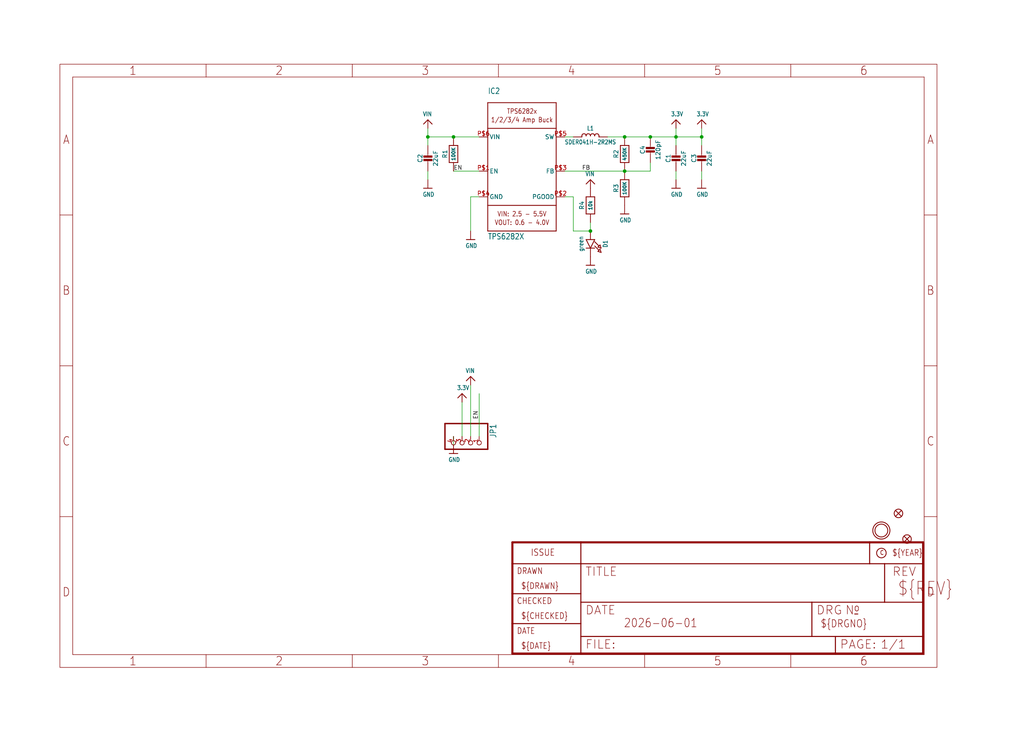
<source format=kicad_sch>
(kicad_sch (version 20230121) (generator eeschema)
  (paper "User" 303.962 217.322)
  (lib_symbols
    (symbol "working-eagle-import:3.3V" (power)
      (property "Value" "3.3V" (at -1.524 1.016 0))
      (symbol "3.3V_1_0"
        (polyline (pts (xy -1.27 -1.27) (xy 0 0)) (stroke (width 0.254)))
        (polyline (pts (xy 0 0) (xy 1.27 -1.27)) (stroke (width 0.254)))
        (pin power_in line (at 0 -2.54 90) (length 2.54) (name "3.3V") (number "1"))
      )
    )
    (symbol "working-eagle-import:CAP_CERAMIC0603_NO"
      (property "Reference" "C" (at -2.29 1.25 90))
      (symbol "CAP_CERAMIC0603_NO_1_0"
        (rectangle (start -1.27 0.508) (end 1.27 1.016) (fill (type outline)))
        (rectangle (start -1.27 1.524) (end 1.27 2.032) (fill (type outline)))
        (polyline (pts (xy 0 0.762) (xy 0 0)) (stroke (width 0.1524)))
        (polyline (pts (xy 0 2.54) (xy 0 1.778)) (stroke (width 0.1524)))
        (pin passive line (at 0 5.08 270) (length 2.54) (name "1") (number "1"))
        (pin passive line (at 0 -2.54 90) (length 2.54) (name "2") (number "2"))
      )
    )
    (symbol "working-eagle-import:CAP_CERAMIC0805-NOOUTLINE"
      (property "Reference" "C" (at -2.29 1.25 90))
      (symbol "CAP_CERAMIC0805-NOOUTLINE_1_0"
        (rectangle (start -1.27 0.508) (end 1.27 1.016) (fill (type outline)))
        (rectangle (start -1.27 1.524) (end 1.27 2.032) (fill (type outline)))
        (polyline (pts (xy 0 0.762) (xy 0 0)) (stroke (width 0.1524)))
        (polyline (pts (xy 0 2.54) (xy 0 1.778)) (stroke (width 0.1524)))
        (pin passive line (at 0 5.08 270) (length 2.54) (name "1") (number "1"))
        (pin passive line (at 0 -2.54 90) (length 2.54) (name "2") (number "2"))
      )
    )
    (symbol "working-eagle-import:FIDUCIAL_1MM"
      (symbol "FIDUCIAL_1MM_1_0"
        (polyline (pts (xy -0.762 0.762) (xy 0.762 -0.762)) (stroke (width 0.254)))
        (polyline (pts (xy 0.762 0.762) (xy -0.762 -0.762)) (stroke (width 0.254)))
        (circle (center 0 0) (radius 1.27) (stroke (width 0.254)))
      )
    )
    (symbol "working-eagle-import:FRAME_A4"
      (symbol "FRAME_A4_1_0"
        (polyline (pts (xy 0 44.7675) (xy 3.81 44.7675)))
        (polyline (pts (xy 0 89.535) (xy 3.81 89.535)))
        (polyline (pts (xy 0 134.3025) (xy 3.81 134.3025)))
        (polyline (pts (xy 3.81 3.81) (xy 3.81 175.26)))
        (polyline (pts (xy 43.3917 0) (xy 43.3917 3.81)))
        (polyline (pts (xy 43.3917 175.26) (xy 43.3917 179.07)))
        (polyline (pts (xy 86.7833 0) (xy 86.7833 3.81)))
        (polyline (pts (xy 86.7833 175.26) (xy 86.7833 179.07)))
        (polyline (pts (xy 130.175 0) (xy 130.175 3.81)))
        (polyline (pts (xy 130.175 175.26) (xy 130.175 179.07)))
        (polyline (pts (xy 173.5667 0) (xy 173.5667 3.81)))
        (polyline (pts (xy 173.5667 175.26) (xy 173.5667 179.07)))
        (polyline (pts (xy 216.9583 0) (xy 216.9583 3.81)))
        (polyline (pts (xy 216.9583 175.26) (xy 216.9583 179.07)))
        (polyline (pts (xy 256.54 3.81) (xy 3.81 3.81)))
        (polyline (pts (xy 256.54 3.81) (xy 256.54 8.89)) (stroke (width 0.1016)))
        (polyline (pts (xy 256.54 3.81) (xy 256.54 175.26)))
        (polyline (pts (xy 256.54 8.89) (xy 256.54 13.97)) (stroke (width 0.1016)))
        (polyline (pts (xy 256.54 13.97) (xy 256.54 19.05)) (stroke (width 0.1016)))
        (polyline (pts (xy 256.54 19.05) (xy 256.54 36.83)) (stroke (width 0.1016)))
        (polyline (pts (xy 256.54 44.7675) (xy 260.35 44.7675)))
        (polyline (pts (xy 256.54 89.535) (xy 260.35 89.535)))
        (polyline (pts (xy 256.54 134.3025) (xy 260.35 134.3025)))
        (polyline (pts (xy 256.54 175.26) (xy 3.81 175.26)))
        (polyline (pts (xy 0 0) (xy 260.35 0) (xy 260.35 179.07) (xy 0 179.07) (xy 0 0)))
        (text "1" (at 21.6958 1.905 0) (effects (font (size 2.54 2.286))))
        (text "1" (at 21.6958 177.165 0) (effects (font (size 2.54 2.286))))
        (text "2" (at 65.0875 1.905 0) (effects (font (size 2.54 2.286))))
        (text "2" (at 65.0875 177.165 0) (effects (font (size 2.54 2.286))))
        (text "3" (at 108.4792 1.905 0) (effects (font (size 2.54 2.286))))
        (text "3" (at 108.4792 177.165 0) (effects (font (size 2.54 2.286))))
        (text "4" (at 151.8708 1.905 0) (effects (font (size 2.54 2.286))))
        (text "4" (at 151.8708 177.165 0) (effects (font (size 2.54 2.286))))
        (text "5" (at 195.2625 1.905 0) (effects (font (size 2.54 2.286))))
        (text "5" (at 195.2625 177.165 0) (effects (font (size 2.54 2.286))))
        (text "6" (at 238.6542 1.905 0) (effects (font (size 2.54 2.286))))
        (text "6" (at 238.6542 177.165 0) (effects (font (size 2.54 2.286))))
        (text "A" (at 1.905 156.6863 0) (effects (font (size 2.54 2.286))))
        (text "A" (at 258.445 156.6863 0) (effects (font (size 2.54 2.286))))
        (text "B" (at 1.905 111.9188 0) (effects (font (size 2.54 2.286))))
        (text "B" (at 258.445 111.9188 0) (effects (font (size 2.54 2.286))))
        (text "C" (at 1.905 67.1513 0) (effects (font (size 2.54 2.286))))
        (text "C" (at 258.445 67.1513 0) (effects (font (size 2.54 2.286))))
        (text "D" (at 1.905 22.3838 0) (effects (font (size 2.54 2.286))))
        (text "D" (at 258.445 22.3838 0) (effects (font (size 2.54 2.286))))
      )
      (symbol "FRAME_A4_2_0"
        (polyline (pts (xy -0.3048 1.5748) (xy 20.0152 1.5748)) (stroke (width 0.6096)))
        (polyline (pts (xy -0.3048 10.4648) (xy -0.3048 1.5748)) (stroke (width 0.6096)))
        (polyline (pts (xy -0.3048 10.4648) (xy 20.0152 10.4648)) (stroke (width 0.3048)))
        (polyline (pts (xy -0.3048 19.3548) (xy -0.3048 10.4648)) (stroke (width 0.6096)))
        (polyline (pts (xy -0.3048 19.3548) (xy 20.0152 19.3548)) (stroke (width 0.3048)))
        (polyline (pts (xy -0.3048 28.2448) (xy -0.3048 19.3548)) (stroke (width 0.6096)))
        (polyline (pts (xy -0.3048 28.2448) (xy 20.0152 28.2448)) (stroke (width 0.3048)))
        (polyline (pts (xy -0.3048 34.5948) (xy -0.3048 28.2448)) (stroke (width 0.6096)))
        (polyline (pts (xy 20.0152 1.5748) (xy 20.0152 6.6548)) (stroke (width 0.3048)))
        (polyline (pts (xy 20.0152 1.5748) (xy 95.5802 1.5748)) (stroke (width 0.6096)))
        (polyline (pts (xy 20.0152 6.6548) (xy 20.0152 10.4648)) (stroke (width 0.3048)))
        (polyline (pts (xy 20.0152 6.6548) (xy 88.5952 6.6548)) (stroke (width 0.3048)))
        (polyline (pts (xy 20.0152 10.4648) (xy 20.0152 16.8148)) (stroke (width 0.3048)))
        (polyline (pts (xy 20.0152 16.8148) (xy 20.0152 19.3548)) (stroke (width 0.3048)))
        (polyline (pts (xy 20.0152 19.3548) (xy 20.0152 28.2448)) (stroke (width 0.3048)))
        (polyline (pts (xy 20.0152 28.2448) (xy 20.0152 34.5948)) (stroke (width 0.3048)))
        (polyline (pts (xy 20.0152 28.2448) (xy 105.7402 28.2448)) (stroke (width 0.3048)))
        (polyline (pts (xy 20.0152 34.5948) (xy -0.3048 34.5948)) (stroke (width 0.6096)))
        (polyline (pts (xy 88.5952 6.6548) (xy 95.5802 6.6548)) (stroke (width 0.3048)))
        (polyline (pts (xy 88.5952 16.8148) (xy 20.0152 16.8148)) (stroke (width 0.3048)))
        (polyline (pts (xy 88.5952 16.8148) (xy 88.5952 6.6548)) (stroke (width 0.3048)))
        (polyline (pts (xy 95.5802 1.5748) (xy 121.6152 1.5748)) (stroke (width 0.6096)))
        (polyline (pts (xy 95.5802 6.6548) (xy 95.5802 1.5748)) (stroke (width 0.3048)))
        (polyline (pts (xy 95.5802 6.6548) (xy 121.6152 6.6548)) (stroke (width 0.3048)))
        (polyline (pts (xy 101.2952 13.3223) (xy 102.2477 13.3223)) (stroke (width 0.254)))
        (polyline (pts (xy 105.7402 28.2448) (xy 105.7402 34.5948)) (stroke (width 0.3048)))
        (polyline (pts (xy 105.7402 28.2448) (xy 110.1852 28.2448)) (stroke (width 0.3048)))
        (polyline (pts (xy 105.7402 34.5948) (xy 20.0152 34.5948)) (stroke (width 0.6096)))
        (polyline (pts (xy 110.1852 16.8148) (xy 88.5952 16.8148)) (stroke (width 0.3048)))
        (polyline (pts (xy 110.1852 28.2448) (xy 110.1852 16.8148)) (stroke (width 0.3048)))
        (polyline (pts (xy 110.1852 28.2448) (xy 121.6152 28.2448)) (stroke (width 0.3048)))
        (polyline (pts (xy 121.6152 6.6548) (xy 121.6152 1.5748)) (stroke (width 0.6096)))
        (polyline (pts (xy 121.6152 16.8148) (xy 110.1852 16.8148)) (stroke (width 0.3048)))
        (polyline (pts (xy 121.6152 16.8148) (xy 121.6152 6.6548)) (stroke (width 0.6096)))
        (polyline (pts (xy 121.6152 28.2448) (xy 121.6152 16.8148)) (stroke (width 0.6096)))
        (polyline (pts (xy 121.6152 34.5948) (xy 105.7402 34.5948)) (stroke (width 0.6096)))
        (polyline (pts (xy 121.6152 34.5948) (xy 121.6152 28.2448)) (stroke (width 0.6096)))
        (circle (center 109.2327 31.4198) (radius 1.4199) (stroke (width 0.254)))
        (text "${#}/${##}" (at 108.9152 2.8448 0) (effects (font (size 2.54 2.54)) (justify left bottom)))
        (text "${CHECKED}" (at 2.2352 11.7348 0) (effects (font (size 1.778 1.5113)) (justify left bottom)))
        (text "${COMPANY}" (at 23.349 29.6735 0) (effects (font (size 3.175 2.6987) (thickness 0.5397) bold) (justify left bottom)))
        (text "${CURRENT_DATE}" (at 32.7152 9.1948 0) (effects (font (size 2.54 2.159)) (justify left bottom)))
        (text "${DATE}" (at 2.2352 2.8448 0) (effects (font (size 1.778 1.5113)) (justify left bottom)))
        (text "${DRAWN}" (at 2.2352 20.6248 0) (effects (font (size 1.778 1.5113)) (justify left bottom)))
        (text "${DRGNO}" (at 91.1352 9.1948 0) (effects (font (size 2.1844 1.8567)) (justify left bottom)))
        (text "${PROJECTNAME}" (at 33.0327 2.8448 0) (effects (font (size 2.54 2.159)) (justify left bottom)))
        (text "${REV}" (at 113.9952 18.7198 0) (effects (font (size 3.81 3.2385)) (justify left bottom)))
        (text "${YEAR}" (at 112.4077 30.4673 0) (effects (font (size 1.778 1.5113)) (justify left bottom)))
        (text "C" (at 108.7564 30.7848 0) (effects (font (size 1.27 1.0795)) (justify left bottom)))
        (text "CHECKED" (at 0.9652 16.1798 0) (effects (font (size 1.778 1.5113)) (justify left bottom)))
        (text "DATE" (at 0.9652 7.2898 0) (effects (font (size 1.778 1.5113)) (justify left bottom)))
        (text "DATE" (at 21.2852 13.0048 0) (effects (font (size 2.54 2.54)) (justify left bottom)))
        (text "DRAWN" (at 0.9652 25.0698 0) (effects (font (size 1.778 1.5113)) (justify left bottom)))
        (text "DRG" (at 89.8652 13.0048 0) (effects (font (size 2.54 2.54)) (justify left bottom)))
        (text "FILE:" (at 21.2852 2.8448 0) (effects (font (size 2.54 2.54)) (justify left bottom)))
        (text "ISSUE" (at 5.0927 30.4673 0) (effects (font (size 1.9304 1.6408)) (justify left bottom)))
        (text "N" (at 98.4377 13.0048 0) (effects (font (size 2.54 2.54)) (justify left bottom)))
        (text "o" (at 100.9777 13.9573 0) (effects (font (size 2.1844 1.8567)) (justify left bottom)))
        (text "PAGE:" (at 96.8502 2.8448 0) (effects (font (size 2.54 2.54)) (justify left bottom)))
        (text "REV" (at 112.4077 24.4348 0) (effects (font (size 2.54 2.54)) (justify left bottom)))
        (text "TITLE" (at 21.2852 24.4348 0) (effects (font (size 2.54 2.54)) (justify left bottom)))
      )
    )
    (symbol "working-eagle-import:GND" (power)
      (property "Value" "GND" (at -1.524 -2.54 0))
      (symbol "GND_1_0"
        (polyline (pts (xy -1.27 0) (xy 1.27 0)) (stroke (width 0.254)))
        (pin power_in line (at 0 2.54 270) (length 2.54) (name "GND") (number "1"))
      )
    )
    (symbol "working-eagle-import:HEADER-1X4ROUND"
      (property "Reference" "JP" (at -6.35 8.255 0))
      (symbol "HEADER-1X4ROUND_1_0"
        (polyline (pts (xy -6.35 -5.08) (xy 1.27 -5.08)) (stroke (width 0.4064)))
        (polyline (pts (xy -6.35 7.62) (xy -6.35 -5.08)) (stroke (width 0.4064)))
        (polyline (pts (xy 1.27 -5.08) (xy 1.27 7.62)) (stroke (width 0.4064)))
        (polyline (pts (xy 1.27 7.62) (xy -6.35 7.62)) (stroke (width 0.4064)))
        (pin passive inverted (at -2.54 5.08 0) (length 2.54) (name "1") (number "1"))
        (pin passive inverted (at -2.54 2.54 0) (length 2.54) (name "2") (number "2"))
        (pin passive inverted (at -2.54 0 0) (length 2.54) (name "3") (number "3"))
        (pin passive inverted (at -2.54 -2.54 0) (length 2.54) (name "4") (number "4"))
      )
    )
    (symbol "working-eagle-import:INDUCTOR_SRP0415"
      (property "Reference" "L" (at 0 2.54 0))
      (symbol "INDUCTOR_SRP0415_1_0"
        (arc (start -1.27 0.3173) (mid -1.9049 0.9497) (end -2.54 0.3175) (stroke (width 0.254)))
        (polyline (pts (xy -2.54 0.3175) (xy -2.54 0)) (stroke (width 0.254)))
        (polyline (pts (xy 2.54 0.3175) (xy 2.54 0)) (stroke (width 0.254)))
        (arc (start 0 0.3173) (mid -0.6349 0.9497) (end -1.27 0.3175) (stroke (width 0.254)))
        (arc (start 1.27 0.3173) (mid 0.6351 0.9497) (end 0 0.3175) (stroke (width 0.254)))
        (arc (start 2.54 0.3173) (mid 1.9051 0.9497) (end 1.27 0.3175) (stroke (width 0.254)))
        (pin passive line (at -5.08 0 0) (length 2.54) (name "1") (number "P$1"))
        (pin passive line (at 5.08 0 180) (length 2.54) (name "2") (number "P$2"))
      )
    )
    (symbol "working-eagle-import:LED0603_NOOUTLINE"
      (property "Reference" "D" (at -1.27 4.445 0))
      (symbol "LED0603_NOOUTLINE_1_0"
        (polyline (pts (xy -2.54 -1.27) (xy 0 0)) (stroke (width 0.254)))
        (polyline (pts (xy -2.54 1.27) (xy -2.54 -1.27)) (stroke (width 0.254)))
        (polyline (pts (xy -1.905 1.27) (xy -0.635 2.54)) (stroke (width 0.254)))
        (polyline (pts (xy -0.9525 2.8575) (xy -0.3175 2.2225)) (stroke (width 0.254)))
        (polyline (pts (xy -0.635 1.27) (xy 0.635 2.54)) (stroke (width 0.254)))
        (polyline (pts (xy -0.3175 2.2225) (xy 0 3.175)) (stroke (width 0.254)))
        (polyline (pts (xy 0 0) (xy -2.54 1.27)) (stroke (width 0.254)))
        (polyline (pts (xy 0 0) (xy 0 -1.27)) (stroke (width 0.254)))
        (polyline (pts (xy 0 1.27) (xy 0 0)) (stroke (width 0.254)))
        (polyline (pts (xy 0 3.175) (xy -0.9525 2.8575)) (stroke (width 0.254)))
        (polyline (pts (xy 0.3175 2.8575) (xy 0.9525 2.2225)) (stroke (width 0.254)))
        (polyline (pts (xy 0.9525 2.2225) (xy 1.27 3.175)) (stroke (width 0.254)))
        (polyline (pts (xy 1.27 3.175) (xy 0.3175 2.8575)) (stroke (width 0.254)))
        (pin passive line (at -5.08 0 0) (length 2.54) (name "A") (number "A"))
        (pin passive line (at 2.54 0 180) (length 2.54) (name "C") (number "C"))
      )
    )
    (symbol "working-eagle-import:MOUNTINGHOLE2.5"
      (symbol "MOUNTINGHOLE2.5_1_0"
        (circle (center 0 0) (radius 1.905) (stroke (width 0.254)))
        (circle (center 0 0) (radius 2.54) (stroke (width 0.254)))
      )
    )
    (symbol "working-eagle-import:RESISTOR_0603MP"
      (property "Reference" "R" (at 0 2.54 0))
      (symbol "RESISTOR_0603MP_1_0"
        (polyline (pts (xy -2.54 -1.27) (xy -2.54 1.27)) (stroke (width 0.254)))
        (polyline (pts (xy -2.54 1.27) (xy 2.54 1.27)) (stroke (width 0.254)))
        (polyline (pts (xy 2.54 -1.27) (xy -2.54 -1.27)) (stroke (width 0.254)))
        (polyline (pts (xy 2.54 1.27) (xy 2.54 -1.27)) (stroke (width 0.254)))
        (pin passive line (at -5.08 0 0) (length 2.54) (name "1") (number "1"))
        (pin passive line (at 5.08 0 180) (length 2.54) (name "2") (number "2"))
      )
    )
    (symbol "working-eagle-import:RESISTOR_0603_NOOUT"
      (property "Reference" "R" (at 0 2.54 0))
      (symbol "RESISTOR_0603_NOOUT_1_0"
        (polyline (pts (xy -2.54 -1.27) (xy -2.54 1.27)) (stroke (width 0.254)))
        (polyline (pts (xy -2.54 1.27) (xy 2.54 1.27)) (stroke (width 0.254)))
        (polyline (pts (xy 2.54 -1.27) (xy -2.54 -1.27)) (stroke (width 0.254)))
        (polyline (pts (xy 2.54 1.27) (xy 2.54 -1.27)) (stroke (width 0.254)))
        (pin passive line (at -5.08 0 0) (length 2.54) (name "1") (number "1"))
        (pin passive line (at 5.08 0 180) (length 2.54) (name "2") (number "2"))
      )
    )
    (symbol "working-eagle-import:TPS6282X"
      (property "Reference" "IC" (at -10.16 22.86 0))
      (symbol "TPS6282X_1_0"
        (polyline (pts (xy -10.16 -17.78) (xy 10.16 -17.78)) (stroke (width 0.254)))
        (polyline (pts (xy -10.16 -10.16) (xy -10.16 -17.78)) (stroke (width 0.254)))
        (polyline (pts (xy -10.16 -10.16) (xy -10.16 12.7)) (stroke (width 0.254)))
        (polyline (pts (xy -10.16 12.7) (xy -10.16 20.32)) (stroke (width 0.254)))
        (polyline (pts (xy -10.16 12.7) (xy 10.16 12.7)) (stroke (width 0.254)))
        (polyline (pts (xy -10.16 20.32) (xy 10.16 20.32)) (stroke (width 0.254)))
        (polyline (pts (xy 10.16 -17.78) (xy 10.16 -10.16)) (stroke (width 0.254)))
        (polyline (pts (xy 10.16 -10.16) (xy -10.16 -10.16)) (stroke (width 0.254)))
        (polyline (pts (xy 10.16 12.7) (xy 10.16 -10.16)) (stroke (width 0.254)))
        (polyline (pts (xy 10.16 20.32) (xy 10.16 12.7)) (stroke (width 0.254)))
        (text "1/2/3/4 Amp Buck" (at 0 15.24 0) (effects (font (size 1.4224 1.209))))
        (text "TPS6282x" (at 0 17.78 0) (effects (font (size 1.4224 1.209))))
        (text "VIN: 2.5 - 5.5V" (at 0 -12.7 0) (effects (font (size 1.4224 1.209))))
        (text "VOUT: 0.6 - 4.0V" (at 0 -15.24 0) (effects (font (size 1.4224 1.209))))
        (pin input line (at -12.7 0 0) (length 2.54) (name "EN") (number "P$1"))
        (pin output line (at 12.7 -7.62 180) (length 2.54) (name "PGOOD") (number "P$2"))
        (pin input line (at 12.7 0 180) (length 2.54) (name "FB") (number "P$3"))
        (pin power_in line (at -12.7 -7.62 0) (length 2.54) (name "GND") (number "P$4"))
        (pin power_in line (at 12.7 10.16 180) (length 2.54) (name "SW") (number "P$5"))
        (pin power_in line (at -12.7 10.16 0) (length 2.54) (name "VIN") (number "P$6"))
      )
    )
    (symbol "working-eagle-import:VIN" (power)
      (property "Value" "VIN" (at -1.524 1.016 0))
      (symbol "VIN_1_0"
        (polyline (pts (xy -1.27 -1.27) (xy 0 0)) (stroke (width 0.254)))
        (polyline (pts (xy 0 0) (xy 1.27 -1.27)) (stroke (width 0.254)))
        (pin power_in line (at 0 -2.54 90) (length 2.54) (name "VIN") (number "1"))
      )
    )
  )
  (junction (at 208.28 40.64))
  (junction (at 175.26 68.58))
  (junction (at 200.66 40.64))
  (junction (at 127 40.64))
  (junction (at 185.42 50.8))
  (junction (at 185.42 40.64))
  (junction (at 134.62 40.64))
  (junction (at 193.04 40.64))
  (wire (pts (xy 127 40.64) (xy 127 43.18)) (stroke (width 0.1524)))
  (wire (pts (xy 200.66 50.8) (xy 200.66 53.34)) (stroke (width 0.1524)))
  (wire (pts (xy 200.66 40.64) (xy 208.28 40.64)) (stroke (width 0.1524)))
  (wire (pts (xy 134.62 40.64) (xy 127 40.64)) (stroke (width 0.1524)))
  (wire (pts (xy 139.7 129.54) (xy 139.7 114.3)) (stroke (width 0.1524)))
  (wire (pts (xy 127 40.64) (xy 127 38.1)) (stroke (width 0.1524)))
  (wire (pts (xy 137.16 129.54) (xy 137.16 119.38)) (stroke (width 0.1524)))
  (wire (pts (xy 170.18 40.64) (xy 167.64 40.64)) (stroke (width 0.1524)))
  (wire (pts (xy 134.62 129.54) (xy 134.62 132.08)) (stroke (width 0.1524)))
  (wire (pts (xy 142.24 50.8) (xy 134.62 50.8)) (stroke (width 0.1524)))
  (wire (pts (xy 142.24 58.42) (xy 139.7 58.42)) (stroke (width 0.1524)))
  (wire (pts (xy 200.66 40.64) (xy 200.66 38.1)) (stroke (width 0.1524)))
  (wire (pts (xy 142.24 40.64) (xy 134.62 40.64)) (stroke (width 0.1524)))
  (wire (pts (xy 193.04 40.64) (xy 200.66 40.64)) (stroke (width 0.1524)))
  (wire (pts (xy 208.28 38.1) (xy 208.28 40.64)) (stroke (width 0.1524)))
  (wire (pts (xy 175.26 66.04) (xy 175.26 68.58)) (stroke (width 0.1524)))
  (wire (pts (xy 167.64 58.42) (xy 170.18 58.42)) (stroke (width 0.1524)))
  (wire (pts (xy 170.18 68.58) (xy 175.26 68.58)) (stroke (width 0.1524)))
  (wire (pts (xy 127 50.8) (xy 127 53.34)) (stroke (width 0.1524)))
  (wire (pts (xy 208.28 40.64) (xy 208.28 43.18)) (stroke (width 0.1524)))
  (wire (pts (xy 167.64 50.8) (xy 185.42 50.8)) (stroke (width 0.1524)))
  (wire (pts (xy 180.34 40.64) (xy 185.42 40.64)) (stroke (width 0.1524)))
  (wire (pts (xy 170.18 58.42) (xy 170.18 68.58)) (stroke (width 0.1524)))
  (wire (pts (xy 139.7 58.42) (xy 139.7 68.58)) (stroke (width 0.1524)))
  (wire (pts (xy 185.42 40.64) (xy 193.04 40.64)) (stroke (width 0.1524)))
  (wire (pts (xy 185.42 50.8) (xy 193.04 50.8)) (stroke (width 0.1524)))
  (wire (pts (xy 193.04 50.8) (xy 193.04 48.26)) (stroke (width 0.1524)))
  (wire (pts (xy 200.66 40.64) (xy 200.66 43.18)) (stroke (width 0.1524)))
  (wire (pts (xy 208.28 50.8) (xy 208.28 53.34)) (stroke (width 0.1524)))
  (wire (pts (xy 142.24 116.84) (xy 142.24 129.54)) (stroke (width 0.1524)))
  (label "FB" (at 172.72 50.8 0) (effects (font (size 1.2446 1.2446))))
  (label "EN" (at 142.24 124.46 90) (effects (font (size 1.2446 1.2446))))
  (label "EN" (at 134.62 50.8 0) (effects (font (size 1.2446 1.2446))))
  (symbol (lib_id "working-eagle-import:GND") (at 208.28 55.88 0) (unit 1)
    (property "Reference" "#U$15" (effects hide))
    (property "Value" "GND" (at 206.756 58.42 0) (effects (font (size 1.27 1.0795)) (justify left bottom)))
  )
  (symbol (lib_id "working-eagle-import:CAP_CERAMIC0805-NOOUTLINE") (at 127 48.26 0) (unit 1)
    (property "Reference" "C2" (at 124.71 47.01 90))
    (property "Value" "22uF" (at 129.3 47.01 90))
    (property "Footprint" "working:0805-NO" (effects hide))
  )
  (symbol (lib_id "working-eagle-import:TPS6282X") (at 154.94 50.8 0) (unit 1)
    (property "Reference" "IC2" (at 144.78 27.94 0) (effects (font (size 1.6764 1.4249)) (justify left bottom)))
    (property "Value" "TPS6282X" (at 144.78 71.12 0) (effects (font (size 1.6764 1.4249)) (justify left bottom)))
    (property "Footprint" "working:VSON_6" (effects hide))
  )
  (symbol (lib_id "working-eagle-import:3.3V") (at 200.66 35.56 0) (unit 1)
    (property "Reference" "#U$2" (effects hide))
    (property "Value" "3.3V" (at 199.136 34.544 0) (effects (font (size 1.27 1.0795)) (justify left bottom)))
  )
  (symbol (lib_id "working-eagle-import:GND") (at 127 55.88 0) (unit 1)
    (property "Reference" "#U$3" (effects hide))
    (property "Value" "GND" (at 125.476 58.42 0) (effects (font (size 1.27 1.0795)) (justify left bottom)))
  )
  (symbol (lib_id "working-eagle-import:CAP_CERAMIC0805-NOOUTLINE") (at 200.66 48.26 0) (unit 1)
    (property "Reference" "C1" (at 198.37 47.01 90))
    (property "Value" "22uF" (at 202.96 47.01 90))
    (property "Footprint" "working:0805-NO" (effects hide))
  )
  (symbol (lib_id "working-eagle-import:3.3V") (at 208.28 35.56 0) (unit 1)
    (property "Reference" "#U$14" (effects hide))
    (property "Value" "3.3V" (at 206.756 34.544 0) (effects (font (size 1.27 1.0795)) (justify left bottom)))
  )
  (symbol (lib_id "working-eagle-import:FIDUCIAL_1MM") (at 269.24 160.02 0) (unit 1)
    (property "Reference" "FID1" (effects hide))
    (property "Value" "FIDUCIAL_1MM" (effects hide))
    (property "Footprint" "working:FIDUCIAL_1MM" (effects hide))
  )
  (symbol (lib_id "working-eagle-import:CAP_CERAMIC0603_NO") (at 193.04 45.72 0) (unit 1)
    (property "Reference" "C4" (at 190.75 44.47 90))
    (property "Value" "120pF" (at 195.34 44.47 90))
    (property "Footprint" "working:0603-NO" (effects hide))
  )
  (symbol (lib_id "working-eagle-import:GND") (at 139.7 71.12 0) (unit 1)
    (property "Reference" "#U$5" (effects hide))
    (property "Value" "GND" (at 138.176 73.66 0) (effects (font (size 1.27 1.0795)) (justify left bottom)))
  )
  (symbol (lib_id "working-eagle-import:FRAME_A4") (at 152.4 195.58 0) (unit 2)
    (property "Reference" "#FRAME1" (effects hide))
    (property "Value" "FRAME_A4" (effects hide))
  )
  (symbol (lib_id "working-eagle-import:FRAME_A4") (at 17.78 198.12 0) (unit 1)
    (property "Reference" "#FRAME1" (effects hide))
    (property "Value" "FRAME_A4" (effects hide))
  )
  (symbol (lib_id "working-eagle-import:CAP_CERAMIC0805-NOOUTLINE") (at 208.28 48.26 0) (unit 1)
    (property "Reference" "C3" (at 205.99 47.01 90))
    (property "Value" "22uF" (at 210.58 47.01 90))
    (property "Footprint" "working:0805-NO" (effects hide))
  )
  (symbol (lib_id "working-eagle-import:GND") (at 175.26 78.74 0) (unit 1)
    (property "Reference" "#U$12" (effects hide))
    (property "Value" "GND" (at 173.736 81.28 0) (effects (font (size 1.27 1.0795)) (justify left bottom)))
  )
  (symbol (lib_id "working-eagle-import:VIN") (at 127 35.56 0) (unit 1)
    (property "Reference" "#U$4" (effects hide))
    (property "Value" "VIN" (at 125.476 34.544 0) (effects (font (size 1.27 1.0795)) (justify left bottom)))
  )
  (symbol (lib_id "working-eagle-import:GND") (at 200.66 55.88 0) (unit 1)
    (property "Reference" "#U$1" (effects hide))
    (property "Value" "GND" (at 199.136 58.42 0) (effects (font (size 1.27 1.0795)) (justify left bottom)))
  )
  (symbol (lib_id "working-eagle-import:FIDUCIAL_1MM") (at 266.7 152.4 0) (unit 1)
    (property "Reference" "FID2" (effects hide))
    (property "Value" "FIDUCIAL_1MM" (effects hide))
    (property "Footprint" "working:FIDUCIAL_1MM" (effects hide))
  )
  (symbol (lib_id "working-eagle-import:3.3V") (at 137.16 116.84 0) (unit 1)
    (property "Reference" "#U$7" (effects hide))
    (property "Value" "3.3V" (at 135.636 115.824 0) (effects (font (size 1.27 1.0795)) (justify left bottom)))
  )
  (symbol (lib_id "working-eagle-import:HEADER-1X4ROUND") (at 137.16 132.08 270) (unit 1)
    (property "Reference" "JP1" (at 145.415 125.73 0) (effects (font (size 1.778 1.5113)) (justify left bottom)))
    (property "Value" "HEADER-1X4ROUND" (effects hide))
    (property "Footprint" "working:1X04_ROUND" (effects hide))
  )
  (symbol (lib_id "working-eagle-import:RESISTOR_0603_NOOUT") (at 185.42 45.72 90) (unit 1)
    (property "Reference" "R2" (at 182.88 45.72 0))
    (property "Value" "450K" (at 185.42 45.72 0) (effects (font (size 1.016 1.016) bold)))
    (property "Footprint" "working:0603-NO" (effects hide))
  )
  (symbol (lib_id "working-eagle-import:GND") (at 185.42 63.5 0) (unit 1)
    (property "Reference" "#U$13" (effects hide))
    (property "Value" "GND" (at 183.896 66.04 0) (effects (font (size 1.27 1.0795)) (justify left bottom)))
  )
  (symbol (lib_id "working-eagle-import:INDUCTOR_SRP0415") (at 175.26 40.64 0) (unit 1)
    (property "Reference" "L1" (at 175.26 38.1 0) (effects (font (size 1.27 1.0795))))
    (property "Value" "SDER041H-2R2MS" (at 175.26 42.18 0) (effects (font (size 1.27 1.0795))))
    (property "Footprint" "working:INDUCTOR_4X4MM_SRP0415" (effects hide))
  )
  (symbol (lib_id "working-eagle-import:GND") (at 134.62 134.62 0) (unit 1)
    (property "Reference" "#U$8" (effects hide))
    (property "Value" "GND" (at 133.096 137.16 0) (effects (font (size 1.27 1.0795)) (justify left bottom)))
  )
  (symbol (lib_id "working-eagle-import:RESISTOR_0603MP") (at 175.26 60.96 90) (unit 1)
    (property "Reference" "R4" (at 172.72 60.96 0))
    (property "Value" "10k" (at 175.26 60.96 0) (effects (font (size 1.016 1.016) bold)))
    (property "Footprint" "working:_0603MP" (effects hide))
  )
  (symbol (lib_id "working-eagle-import:VIN") (at 175.26 53.34 0) (unit 1)
    (property "Reference" "#U$16" (effects hide))
    (property "Value" "VIN" (at 173.736 52.324 0) (effects (font (size 1.27 1.0795)) (justify left bottom)))
  )
  (symbol (lib_id "working-eagle-import:RESISTOR_0603_NOOUT") (at 185.42 55.88 90) (unit 1)
    (property "Reference" "R3" (at 182.88 55.88 0))
    (property "Value" "100K" (at 185.42 55.88 0) (effects (font (size 1.016 1.016) bold)))
    (property "Footprint" "working:0603-NO" (effects hide))
  )
  (symbol (lib_id "working-eagle-import:MOUNTINGHOLE2.5") (at 261.62 157.48 0) (unit 1)
    (property "Reference" "U$9" (effects hide))
    (property "Value" "MOUNTINGHOLE2.5" (effects hide))
    (property "Footprint" "working:MOUNTINGHOLE_2.5_PLATED" (effects hide))
  )
  (symbol (lib_id "working-eagle-import:RESISTOR_0603_NOOUT") (at 134.62 45.72 90) (mirror x) (unit 1)
    (property "Reference" "R1" (at 132.08 45.72 0))
    (property "Value" "100K" (at 134.62 45.72 0) (effects (font (size 1.016 1.016) bold)))
    (property "Footprint" "working:0603-NO" (effects hide))
  )
  (symbol (lib_id "working-eagle-import:LED0603_NOOUTLINE") (at 175.26 73.66 270) (unit 1)
    (property "Reference" "D1" (at 179.705 72.39 0) (effects (font (size 1.27 1.0795))))
    (property "Value" "green" (at 172.466 72.39 0) (effects (font (size 1.27 1.0795))))
    (property "Footprint" "working:CHIPLED_0603_NOOUTLINE" (effects hide))
  )
  (symbol (lib_id "working-eagle-import:VIN") (at 139.7 111.76 0) (unit 1)
    (property "Reference" "#U$6" (effects hide))
    (property "Value" "VIN" (at 138.176 110.744 0) (effects (font (size 1.27 1.0795)) (justify left bottom)))
  )
)
</source>
